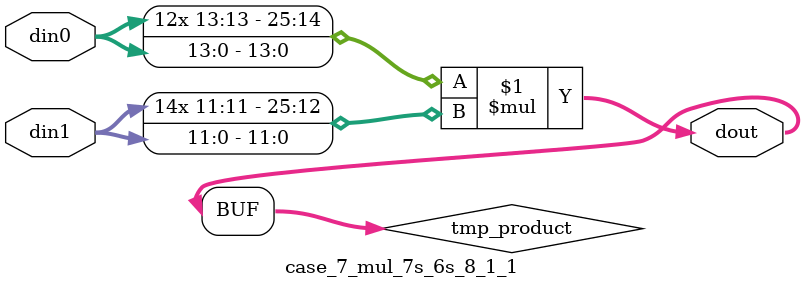
<source format=v>

`timescale 1 ns / 1 ps

 module case_7_mul_7s_6s_8_1_1(din0, din1, dout);
parameter ID = 1;
parameter NUM_STAGE = 0;
parameter din0_WIDTH = 14;
parameter din1_WIDTH = 12;
parameter dout_WIDTH = 26;

input [din0_WIDTH - 1 : 0] din0; 
input [din1_WIDTH - 1 : 0] din1; 
output [dout_WIDTH - 1 : 0] dout;

wire signed [dout_WIDTH - 1 : 0] tmp_product;



























assign tmp_product = $signed(din0) * $signed(din1);








assign dout = tmp_product;





















endmodule

</source>
